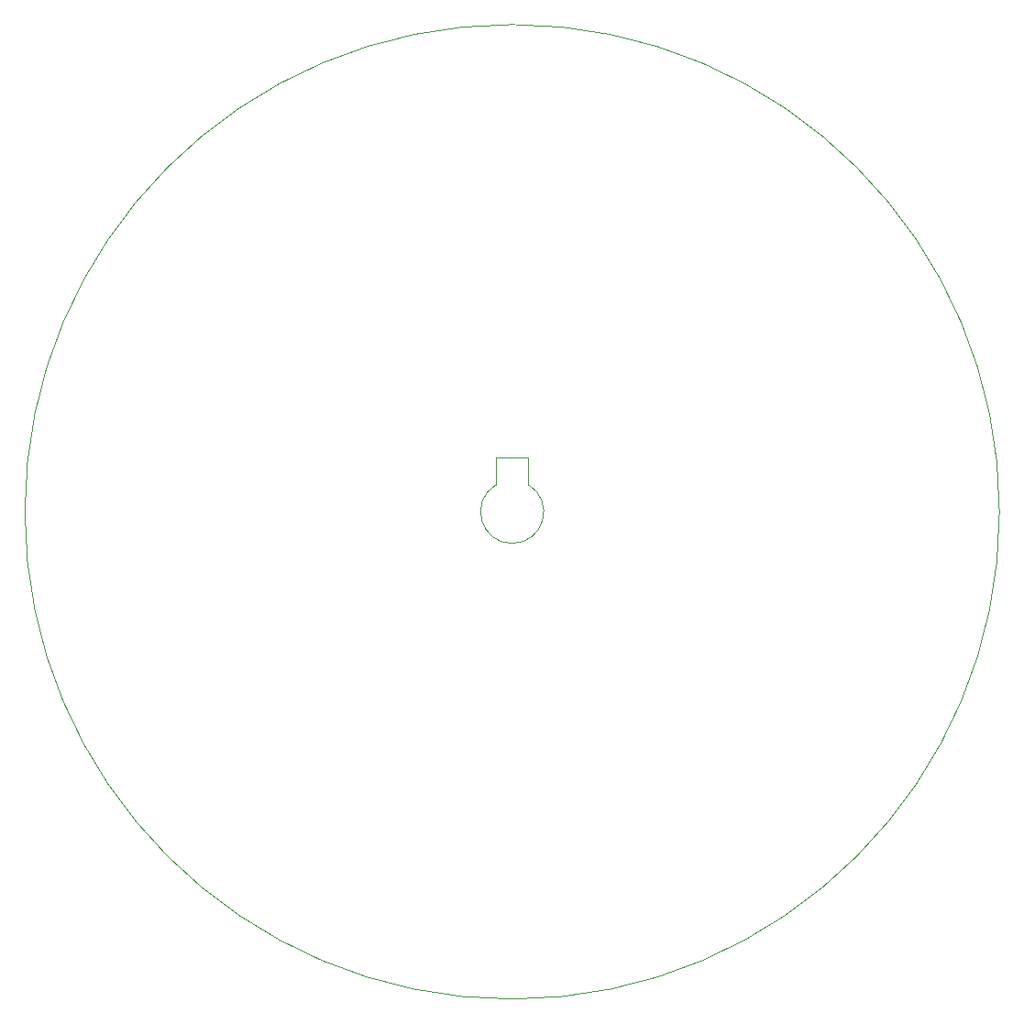
<source format=gbr>
%TF.GenerationSoftware,KiCad,Pcbnew,(6.0.1-0)*%
%TF.CreationDate,2022-09-11T15:05:23-04:00*%
%TF.ProjectId,record,7265636f-7264-42e6-9b69-6361645f7063,rev?*%
%TF.SameCoordinates,Original*%
%TF.FileFunction,Profile,NP*%
%FSLAX46Y46*%
G04 Gerber Fmt 4.6, Leading zero omitted, Abs format (unit mm)*
G04 Created by KiCad (PCBNEW (6.0.1-0)) date 2022-09-11 15:05:23*
%MOMM*%
%LPD*%
G01*
G04 APERTURE LIST*
%TA.AperFunction,Profile*%
%ADD10C,0.100000*%
%TD*%
G04 APERTURE END LIST*
D10*
X43500000Y-42500001D02*
G75*
G03*
X46500000Y-42500001I1500000J-2499999D01*
G01*
X43500000Y-40000000D02*
X43500000Y-42500000D01*
X90000000Y-45000000D02*
G75*
G03*
X90000000Y-45000000I-45000000J0D01*
G01*
X46500000Y-40000000D02*
X43500000Y-40000000D01*
X46500000Y-42500000D02*
X46500000Y-40000000D01*
M02*

</source>
